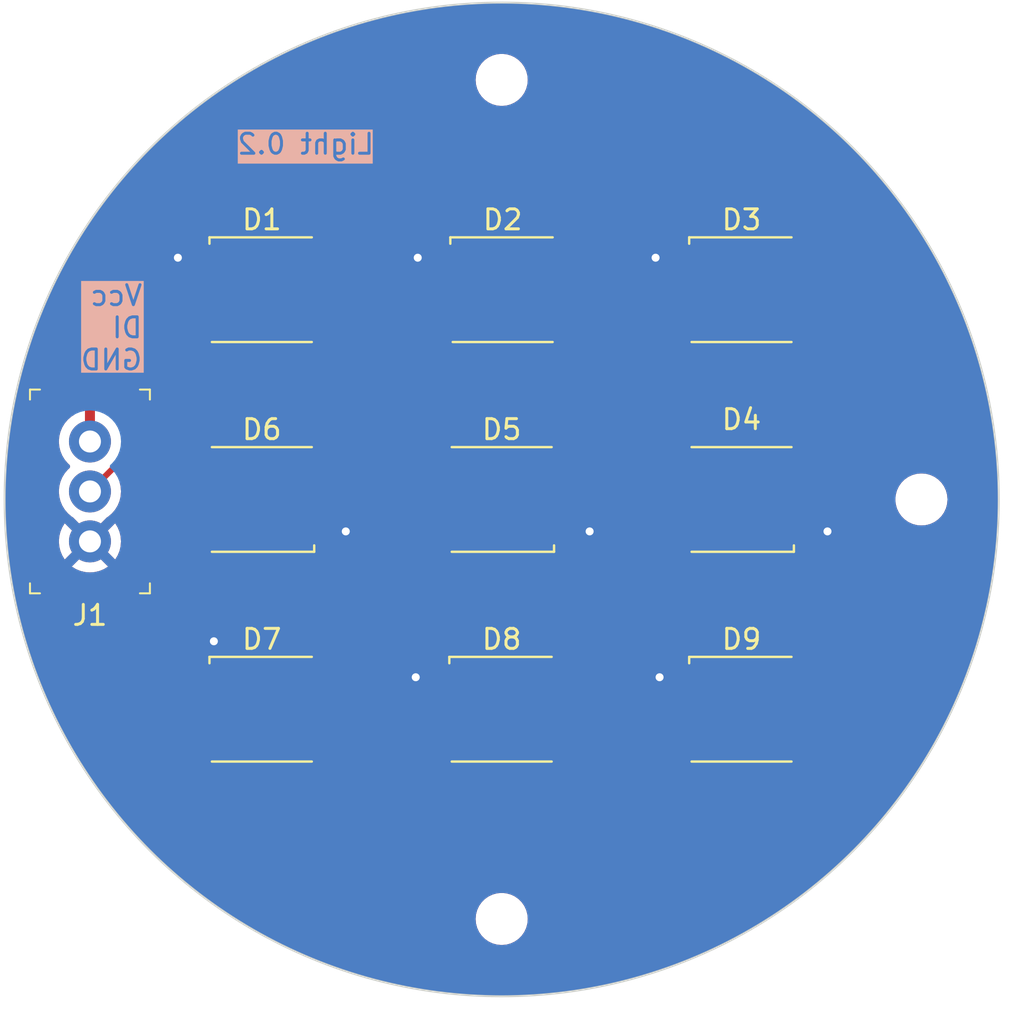
<source format=kicad_pcb>
(kicad_pcb (version 20221018) (generator pcbnew)
  (layers (0 "F.Cu" signal) (31 "B.Cu" power) (34 "B.Paste" user) (35 "F.Paste" user) (36 "B.SilkS" user "B.Silkscreen") (37 "F.SilkS" user "F.Silkscreen") (38 "B.Mask" user) (39 "F.Mask" user) (44 "Edge.Cuts" user))
  (net 0 "")
  (net 1 "/Vcc")
  (net 2 "Net-(D1-DIN)")
  (net 3 "GND")
  (net 4 "Net-(D1-DO)")
  (net 5 "Net-(D2-DO)")
  (net 6 "Net-(D3-DO)")
  (net 7 "Net-(D4-DO)")
  (net 8 "Net-(D5-DO)")
  (net 9 "Net-(D6-DO)")
  (net 10 "Net-(D7-DO)")
  (net 11 "Net-(D8-DO)")
  (footprint "LED_SMD:LED_Inolux_IN-PI554FCH_PLCC4_5.0x5.0mm_P3.2mm" (layer "F.Cu") (at 112 110.5)
    (fp_text reference "D9" (at 0 -3.5) (layer "F.SilkS"))
    (fp_text value "Inolux_IN-PI554FCH")
    (fp_line (start -2.62 -2.62) (end 2.5 -2.62) (stroke (width 0.12)) (layer "F.SilkS"))
    (fp_line (start -2.62 -2.3) (end -2.62 -2.62) (stroke (width 0.12)) (layer "F.SilkS"))
    (fp_line (start -2.5 2.62) (end 2.5 2.62) (stroke (width 0.12)) (layer "F.SilkS"))
    (pad "1" smd rect (at -2.45 -1.6) (size 1.5 1) (layers "F.Cu" "F.Paste" "F.Mask") (net 3 "GND"))
    (pad "2" smd rect (at -2.45 1.6) (size 1.5 1) (layers "F.Cu" "F.Paste" "F.Mask") (net 11 "Net-(D8-DO)"))
    (pad "3" smd rect (at 2.45 1.6) (size 1.5 1) (layers "F.Cu" "F.Paste" "F.Mask") (net 1 "/Vcc"))
    (pad "4" smd rect (at 2.45 -1.6) (size 1.5 1) (layers "F.Cu" "F.Paste" "F.Mask"))
  )
  (footprint "LED_SMD:LED_Inolux_IN-PI554FCH_PLCC4_5.0x5.0mm_P3.2mm" (layer "F.Cu") (at 100 110.5)
    (fp_text reference "D8" (at 0 -3.5) (layer "F.SilkS"))
    (fp_text value "Inolux_IN-PI554FCH")
    (fp_line (start -2.62 -2.62) (end 2.5 -2.62) (stroke (width 0.12)) (layer "F.SilkS"))
    (fp_line (start -2.62 -2.3) (end -2.62 -2.62) (stroke (width 0.12)) (layer "F.SilkS"))
    (fp_line (start -2.5 2.62) (end 2.5 2.62) (stroke (width 0.12)) (layer "F.SilkS"))
    (pad "1" smd rect (at -2.45 -1.6) (size 1.5 1) (layers "F.Cu" "F.Paste" "F.Mask") (net 3 "GND"))
    (pad "2" smd rect (at -2.45 1.6) (size 1.5 1) (layers "F.Cu" "F.Paste" "F.Mask") (net 10 "Net-(D7-DO)"))
    (pad "3" smd rect (at 2.45 1.6) (size 1.5 1) (layers "F.Cu" "F.Paste" "F.Mask") (net 1 "/Vcc"))
    (pad "4" smd rect (at 2.45 -1.6) (size 1.5 1) (layers "F.Cu" "F.Paste" "F.Mask") (net 11 "Net-(D8-DO)"))
  )
  (footprint "LED_SMD:LED_Inolux_IN-PI554FCH_PLCC4_5.0x5.0mm_P3.2mm" (layer "F.Cu") (at 88 110.5)
    (fp_text reference "D7" (at 0 -3.5) (layer "F.SilkS"))
    (fp_text value "Inolux_IN-PI554FCH")
    (fp_line (start -2.62 -2.62) (end 2.5 -2.62) (stroke (width 0.12)) (layer "F.SilkS"))
    (fp_line (start -2.62 -2.3) (end -2.62 -2.62) (stroke (width 0.12)) (layer "F.SilkS"))
    (fp_line (start -2.5 2.62) (end 2.5 2.62) (stroke (width 0.12)) (layer "F.SilkS"))
    (pad "1" smd rect (at -2.45 -1.6) (size 1.5 1) (layers "F.Cu" "F.Paste" "F.Mask") (net 3 "GND"))
    (pad "2" smd rect (at -2.45 1.6) (size 1.5 1) (layers "F.Cu" "F.Paste" "F.Mask") (net 9 "Net-(D6-DO)"))
    (pad "3" smd rect (at 2.45 1.6) (size 1.5 1) (layers "F.Cu" "F.Paste" "F.Mask") (net 1 "/Vcc"))
    (pad "4" smd rect (at 2.45 -1.6) (size 1.5 1) (layers "F.Cu" "F.Paste" "F.Mask") (net 10 "Net-(D7-DO)"))
  )
  (footprint "LED_SMD:LED_Inolux_IN-PI554FCH_PLCC4_5.0x5.0mm_P3.2mm" (layer "F.Cu") (at 88 89.5)
    (fp_text reference "D1" (at 0 -3.5) (layer "F.SilkS"))
    (fp_text value "Inolux_IN-PI554FCH")
    (fp_line (start -2.62 -2.62) (end 2.5 -2.62) (stroke (width 0.12)) (layer "F.SilkS"))
    (fp_line (start -2.62 -2.3) (end -2.62 -2.62) (stroke (width 0.12)) (layer "F.SilkS"))
    (fp_line (start -2.5 2.62) (end 2.5 2.62) (stroke (width 0.12)) (layer "F.SilkS"))
    (pad "1" smd rect (at -2.45 -1.6) (size 1.5 1) (layers "F.Cu" "F.Paste" "F.Mask") (net 3 "GND"))
    (pad "2" smd rect (at -2.45 1.6) (size 1.5 1) (layers "F.Cu" "F.Paste" "F.Mask") (net 2 "Net-(D1-DIN)"))
    (pad "3" smd rect (at 2.45 1.6) (size 1.5 1) (layers "F.Cu" "F.Paste" "F.Mask") (net 1 "/Vcc"))
    (pad "4" smd rect (at 2.45 -1.6) (size 1.5 1) (layers "F.Cu" "F.Paste" "F.Mask") (net 4 "Net-(D1-DO)"))
  )
  (footprint "MountingHole:MountingHole_2.1mm" (layer "F.Cu") (at 100 121)
    (fp_text reference "H3" hide)
    (fp_text value "MountingHole")
    (pad "" np_thru_hole circle (at 0 0) (size 2.1 2.1) (drill 2.1) (layers "*.Cu" "*.Mask"))
  )
  (footprint "MountingHole:MountingHole_2.1mm" (layer "F.Cu") (at 100 79)
    (fp_text reference "H1" hide)
    (fp_text value "MountingHole")
    (pad "" np_thru_hole circle (at 0 0) (size 2.1 2.1) (drill 2.1) (layers "*.Cu" "*.Mask"))
  )
  (footprint "LED_SMD:LED_Inolux_IN-PI554FCH_PLCC4_5.0x5.0mm_P3.2mm" (layer "F.Cu") (at 112 89.5)
    (fp_text reference "D3" (at 0 -3.5) (layer "F.SilkS"))
    (fp_text value "Inolux_IN-PI554FCH")
    (fp_line (start -2.62 -2.62) (end 2.5 -2.62) (stroke (width 0.12)) (layer "F.SilkS"))
    (fp_line (start -2.62 -2.3) (end -2.62 -2.62) (stroke (width 0.12)) (layer "F.SilkS"))
    (fp_line (start -2.5 2.62) (end 2.5 2.62) (stroke (width 0.12)) (layer "F.SilkS"))
    (pad "1" smd rect (at -2.45 -1.6) (size 1.5 1) (layers "F.Cu" "F.Paste" "F.Mask") (net 3 "GND"))
    (pad "2" smd rect (at -2.45 1.6) (size 1.5 1) (layers "F.Cu" "F.Paste" "F.Mask") (net 5 "Net-(D2-DO)"))
    (pad "3" smd rect (at 2.45 1.6) (size 1.5 1) (layers "F.Cu" "F.Paste" "F.Mask") (net 1 "/Vcc"))
    (pad "4" smd rect (at 2.45 -1.6) (size 1.5 1) (layers "F.Cu" "F.Paste" "F.Mask") (net 6 "Net-(D3-DO)"))
  )
  (footprint "MountingHole:MountingHole_2.1mm" (layer "F.Cu") (at 121 100)
    (fp_text reference "H2" hide)
    (fp_text value "MountingHole")
    (pad "" np_thru_hole circle (at 0 0) (size 2.1 2.1) (drill 2.1) (layers "*.Cu" "*.Mask"))
  )
  (footprint "digikey-footprints:PinHeader_1x3_P2.5mm_Drill1.1mm" (layer "F.Cu") (at 79.4 102.1 90)
    (fp_text reference "J1" (at -3.7 0 180) (layer "F.SilkS"))
    (fp_text value "B3B-XH-A_LF__SN_")
    (fp_line (start -2.6 -3) (end -2.6 -2.5) (stroke (width 0.1)) (layer "F.SilkS"))
    (fp_line (start -2.6 -3) (end -2.1 -3) (stroke (width 0.1)) (layer "F.SilkS"))
    (fp_line (start -2.6 3) (end -2.6 2.5) (stroke (width 0.1)) (layer "F.SilkS"))
    (fp_line (start -2.6 3) (end -2.1 3) (stroke (width 0.1)) (layer "F.SilkS"))
    (fp_line (start 7.6 -3) (end 7.1 -3) (stroke (width 0.1)) (layer "F.SilkS"))
    (fp_line (start 7.6 -3) (end 7.6 -2.5) (stroke (width 0.1)) (layer "F.SilkS"))
    (fp_line (start 7.6 3) (end 7.1 3) (stroke (width 0.1)) (layer "F.SilkS"))
    (fp_line (start 7.6 3) (end 7.6 2.5) (stroke (width 0.1)) (layer "F.SilkS"))
    (pad "1" thru_hole circle (at 0 0 90) (size 2.1 2.1) (drill 1.1) (layers "*.Cu" "*.Mask") (net 3 "GND"))
    (pad "2" thru_hole circle (at 2.5 0 90) (size 2.1 2.1) (drill 1.1) (layers "*.Cu" "*.Mask") (net 2 "Net-(D1-DIN)"))
    (pad "3" thru_hole circle (at 5 0 90) (size 2.1 2.1) (drill 1.1) (layers "*.Cu" "*.Mask") (net 1 "/Vcc"))
  )
  (footprint "LED_SMD:LED_Inolux_IN-PI554FCH_PLCC4_5.0x5.0mm_P3.2mm" (layer "F.Cu") (at 100 100 180)
    (fp_text reference "D5" (at 0 3.5) (layer "F.SilkS"))
    (fp_text value "Inolux_IN-PI554FCH")
    (fp_line (start -2.62 -2.62) (end 2.5 -2.62) (stroke (width 0.12)) (layer "F.SilkS"))
    (fp_line (start -2.62 -2.3) (end -2.62 -2.62) (stroke (width 0.12)) (layer "F.SilkS"))
    (fp_line (start -2.5 2.62) (end 2.5 2.62) (stroke (width 0.12)) (layer "F.SilkS"))
    (pad "1" smd rect (at -2.45 -1.6 180) (size 1.5 1) (layers "F.Cu" "F.Paste" "F.Mask") (net 3 "GND"))
    (pad "2" smd rect (at -2.45 1.6 180) (size 1.5 1) (layers "F.Cu" "F.Paste" "F.Mask") (net 7 "Net-(D4-DO)"))
    (pad "3" smd rect (at 2.45 1.6 180) (size 1.5 1) (layers "F.Cu" "F.Paste" "F.Mask") (net 1 "/Vcc"))
    (pad "4" smd rect (at 2.45 -1.6 180) (size 1.5 1) (layers "F.Cu" "F.Paste" "F.Mask") (net 8 "Net-(D5-DO)"))
  )
  (footprint "LED_SMD:LED_Inolux_IN-PI554FCH_PLCC4_5.0x5.0mm_P3.2mm" (layer "F.Cu") (at 100.05 89.5)
    (fp_text reference "D2" (at 0 -3.5) (layer "F.SilkS"))
    (fp_text value "Inolux_IN-PI554FCH")
    (fp_line (start -2.62 -2.62) (end 2.5 -2.62) (stroke (width 0.12)) (layer "F.SilkS"))
    (fp_line (start -2.62 -2.3) (end -2.62 -2.62) (stroke (width 0.12)) (layer "F.SilkS"))
    (fp_line (start -2.5 2.62) (end 2.5 2.62) (stroke (width 0.12)) (layer "F.SilkS"))
    (pad "1" smd rect (at -2.45 -1.6) (size 1.5 1) (layers "F.Cu" "F.Paste" "F.Mask") (net 3 "GND"))
    (pad "2" smd rect (at -2.45 1.6) (size 1.5 1) (layers "F.Cu" "F.Paste" "F.Mask") (net 4 "Net-(D1-DO)"))
    (pad "3" smd rect (at 2.45 1.6) (size 1.5 1) (layers "F.Cu" "F.Paste" "F.Mask") (net 1 "/Vcc"))
    (pad "4" smd rect (at 2.45 -1.6) (size 1.5 1) (layers "F.Cu" "F.Paste" "F.Mask") (net 5 "Net-(D2-DO)"))
  )
  (footprint "LED_SMD:LED_Inolux_IN-PI554FCH_PLCC4_5.0x5.0mm_P3.2mm" (layer "F.Cu") (at 88 100 180)
    (fp_text reference "D6" (at 0 3.5) (layer "F.SilkS"))
    (fp_text value "Inolux_IN-PI554FCH")
    (fp_line (start -2.62 -2.62) (end 2.5 -2.62) (stroke (width 0.12)) (layer "F.SilkS"))
    (fp_line (start -2.62 -2.3) (end -2.62 -2.62) (stroke (width 0.12)) (layer "F.SilkS"))
    (fp_line (start -2.5 2.62) (end 2.5 2.62) (stroke (width 0.12)) (layer "F.SilkS"))
    (pad "1" smd rect (at -2.45 -1.6 180) (size 1.5 1) (layers "F.Cu" "F.Paste" "F.Mask") (net 3 "GND"))
    (pad "2" smd rect (at -2.45 1.6 180) (size 1.5 1) (layers "F.Cu" "F.Paste" "F.Mask") (net 8 "Net-(D5-DO)"))
    (pad "3" smd rect (at 2.45 1.6 180) (size 1.5 1) (layers "F.Cu" "F.Paste" "F.Mask") (net 1 "/Vcc"))
    (pad "4" smd rect (at 2.45 -1.6 180) (size 1.5 1) (layers "F.Cu" "F.Paste" "F.Mask") (net 9 "Net-(D6-DO)"))
  )
  (footprint "LED_SMD:LED_Inolux_IN-PI554FCH_PLCC4_5.0x5.0mm_P3.2mm" (layer "F.Cu") (at 112 100 180)
    (fp_text reference "D4" (at 0 4) (layer "F.SilkS"))
    (fp_text value "Inolux_IN-PI554FCH")
    (fp_line (start -2.62 -2.62) (end 2.5 -2.62) (stroke (width 0.12)) (layer "F.SilkS"))
    (fp_line (start -2.62 -2.3) (end -2.62 -2.62) (stroke (width 0.12)) (layer "F.SilkS"))
    (fp_line (start -2.5 2.62) (end 2.5 2.62) (stroke (width 0.12)) (layer "F.SilkS"))
    (pad "1" smd rect (at -2.45 -1.6 180) (size 1.5 1) (layers "F.Cu" "F.Paste" "F.Mask") (net 3 "GND"))
    (pad "2" smd rect (at -2.45 1.6 180) (size 1.5 1) (layers "F.Cu" "F.Paste" "F.Mask") (net 6 "Net-(D3-DO)"))
    (pad "3" smd rect (at 2.45 1.6 180) (size 1.5 1) (layers "F.Cu" "F.Paste" "F.Mask") (net 1 "/Vcc"))
    (pad "4" smd rect (at 2.45 -1.6 180) (size 1.5 1) (layers "F.Cu" "F.Paste" "F.Mask") (net 7 "Net-(D4-DO)"))
  )
  (gr_circle (center 100 100) (end 121.5 87.5) (stroke (width 0.1)) (fill none) (layer "Edge.Cuts"))
  (gr_text "Vcc\nDI\nGND" (at 82.1 93.6) (layer "B.SilkS" knockout) (effects (font (size 1 1)) (justify left bottom mirror)))
  (gr_text "Light 0.2" (at 93.7 82.8) (layer "B.SilkS" knockout) (effects (font (size 1 1)) (justify left bottom mirror)))
  (segment (start 90.45 112.1) (end 92.25 113.9) (width 0.5) (layer "F.Cu") (net 1))
  (segment (start 85.55 98.4) (end 85.6 98.4) (width 0.5) (layer "F.Cu") (net 1))
  (segment (start 85.6 98.4) (end 88 100.8) (width 0.5) (layer "F.Cu") (net 1))
  (segment (start 111.05 94.5) (end 114.45 91.1) (width 0.5) (layer "F.Cu") (net 1))
  (segment (start 79.4 93.3) (end 83.2 89.5) (width 0.5) (layer "F.Cu") (net 1))
  (segment (start 99.1 94.5) (end 97.55 96.05) (width 0.5) (layer "F.Cu") (net 1))
  (segment (start 97.55 96.05) (end 97.55 98.4) (width 0.5) (layer "F.Cu") (net 1))
  (segment (start 99.1 94.5) (end 111.05 94.5) (width 0.5) (layer "F.Cu") (net 1))
  (segment (start 100.65 113.9) (end 102.45 112.1) (width 0.5) (layer "F.Cu") (net 1))
  (segment (start 109.55 96) (end 109.55 98.4) (width 0.5) (layer "F.Cu") (net 1))
  (segment (start 112.65 113.9) (end 114.45 112.1) (width 0.5) (layer "F.Cu") (net 1))
  (segment (start 88 100.8) (end 88 109.65) (width 0.5) (layer "F.Cu") (net 1))
  (segment (start 88.85 89.5) (end 90.45 91.1) (width 0.5) (layer "F.Cu") (net 1))
  (segment (start 92.25 113.9) (end 100.65 113.9) (width 0.5) (layer "F.Cu") (net 1))
  (segment (start 79.4 97.1) (end 79.4 93.3) (width 0.5) (layer "F.Cu") (net 1))
  (segment (start 89.45 94.5) (end 85.55 98.4) (width 0.5) (layer "F.Cu") (net 1))
  (segment (start 104.25 113.9) (end 112.65 113.9) (width 0.5) (layer "F.Cu") (net 1))
  (segment (start 83.2 89.5) (end 88.85 89.5) (width 0.5) (layer "F.Cu") (net 1))
  (segment (start 90.45 91.1) (end 90.5 91.1) (width 0.5) (layer "F.Cu") (net 1))
  (segment (start 93.9 94.5) (end 89.45 94.5) (width 0.5) (layer "F.Cu") (net 1))
  (segment (start 111.05 94.5) (end 109.55 96) (width 0.5) (layer "F.Cu") (net 1))
  (segment (start 88 109.65) (end 90.45 112.1) (width 0.5) (layer "F.Cu") (net 1))
  (segment (start 93.9 94.5) (end 99.1 94.5) (width 0.5) (layer "F.Cu") (net 1))
  (segment (start 102.45 112.1) (end 104.25 113.9) (width 0.5) (layer "F.Cu") (net 1))
  (segment (start 99.1 94.5) (end 102.5 91.1) (width 0.5) (layer "F.Cu") (net 1))
  (segment (start 90.5 91.1) (end 93.9 94.5) (width 0.5) (layer "F.Cu") (net 1))
  (segment (start 79.4 99.6) (end 85.55 93.45) (width 0.3) (layer "F.Cu") (net 2))
  (segment (start 85.55 93.45) (end 85.55 91.1) (width 0.3) (layer "F.Cu") (net 2))
  (segment (start 85.55 107.15) (end 85.6 107.1) (width 0.5) (layer "F.Cu") (net 3))
  (segment (start 90.45 101.6) (end 92.2 101.6) (width 0.5) (layer "F.Cu") (net 3))
  (segment (start 97.6 87.9) (end 95.8 87.9) (width 0.5) (layer "F.Cu") (net 3))
  (segment (start 109.55 108.9) (end 107.9 108.9) (width 0.5) (layer "F.Cu") (net 3))
  (segment (start 97.55 108.9) (end 95.7 108.9) (width 0.5) (layer "F.Cu") (net 3))
  (segment (start 85.55 108.9) (end 85.55 107.15) (width 0.5) (layer "F.Cu") (net 3))
  (segment (start 85.55 87.9) (end 83.8 87.9) (width 0.5) (layer "F.Cu") (net 3))
  (segment (start 114.45 101.6) (end 116.3 101.6) (width 0.5) (layer "F.Cu") (net 3))
  (segment (start 109.55 87.9) (end 107.7 87.9) (width 0.5) (layer "F.Cu") (net 3))
  (segment (start 102.45 101.6) (end 104.4 101.6) (width 0.5) (layer "F.Cu") (net 3))
  (via (at 107.7 87.9) (size 0.8) (drill 0.4) (layers "F.Cu" "B.Cu") (net 3))
  (via (at 85.6 107.1) (size 0.8) (drill 0.4) (layers "F.Cu" "B.Cu") (net 3))
  (via (at 83.8 87.9) (size 0.8) (drill 0.4) (layers "F.Cu" "B.Cu") (net 3))
  (via (at 104.4 101.6) (size 0.8) (drill 0.4) (layers "F.Cu" "B.Cu") (net 3))
  (via (at 95.8 87.9) (size 0.8) (drill 0.4) (layers "F.Cu" "B.Cu") (net 3))
  (via (at 95.7 108.9) (size 0.8) (drill 0.4) (layers "F.Cu" "B.Cu") (net 3))
  (via (at 92.2 101.6) (size 0.8) (drill 0.4) (layers "F.Cu" "B.Cu") (net 3))
  (via (at 116.3 101.6) (size 0.8) (drill 0.4) (layers "F.Cu" "B.Cu") (net 3))
  (via (at 107.9 108.9) (size 0.8) (drill 0.4) (layers "F.Cu" "B.Cu") (net 3))
  (segment (start 95.6 91.1) (end 97.6 91.1) (width 0.3) (layer "F.Cu") (net 4))
  (segment (start 92.4 87.9) (end 95.6 91.1) (width 0.3) (layer "F.Cu") (net 4))
  (segment (start 90.45 87.9) (end 92.4 87.9) (width 0.3) (layer "F.Cu") (net 4))
  (segment (start 104.3 87.9) (end 107.5 91.1) (width 0.3) (layer "F.Cu") (net 5))
  (segment (start 102.5 87.9) (end 104.3 87.9) (width 0.3) (layer "F.Cu") (net 5))
  (segment (start 107.5 91.1) (end 109.55 91.1) (width 0.3) (layer "F.Cu") (net 5))
  (segment (start 116.3 96.55) (end 114.45 98.4) (width 0.3) (layer "F.Cu") (net 6))
  (segment (start 114.45 87.9) (end 116.3 89.75) (width 0.3) (layer "F.Cu") (net 6))
  (segment (start 116.3 89.75) (end 116.3 96.55) (width 0.3) (layer "F.Cu") (net 6))
  (segment (start 104.4 98.4) (end 102.45 98.4) (width 0.3) (layer "F.Cu") (net 7))
  (segment (start 109.55 101.6) (end 107.6 101.6) (width 0.3) (layer "F.Cu") (net 7))
  (segment (start 107.6 101.6) (end 104.4 98.4) (width 0.3) (layer "F.Cu") (net 7))
  (segment (start 95.3 101.6) (end 92.1 98.4) (width 0.3) (layer "F.Cu") (net 8))
  (segment (start 92.1 98.4) (end 90.45 98.4) (width 0.3) (layer "F.Cu") (net 8))
  (segment (start 97.55 101.6) (end 95.3 101.6) (width 0.3) (layer "F.Cu") (net 8))
  (segment (start 83.8 110.35) (end 85.55 112.1) (width 0.3) (layer "F.Cu") (net 9))
  (segment (start 83.8 103.35) (end 83.8 110.35) (width 0.3) (layer "F.Cu") (net 9))
  (segment (start 85.55 101.6) (end 83.8 103.35) (width 0.3) (layer "F.Cu") (net 9))
  (segment (start 90.45 108.9) (end 92.2 108.9) (width 0.3) (layer "F.Cu") (net 10))
  (segment (start 95.4 112.1) (end 97.55 112.1) (width 0.3) (layer "F.Cu") (net 10))
  (segment (start 92.2 108.9) (end 95.4 112.1) (width 0.3) (layer "F.Cu") (net 10))
  (segment (start 104.3 108.9) (end 107.5 112.1) (width 0.3) (layer "F.Cu") (net 11))
  (segment (start 107.5 112.1) (end 109.55 112.1) (width 0.3) (layer "F.Cu") (net 11))
  (segment (start 102.45 108.9) (end 104.3 108.9) (width 0.3) (layer "F.Cu") (net 11))
  (zone (net 3) (net_name "GND") (layer "F.Cu") (priority 1) (connect_pads (clearance 0.5)) (min_thickness 0.25) (fill yes (thermal_gap 0.5) (thermal_bridge_width 0.5))
    (polygon (pts (xy 75 75) (xy 124.9 75) (xy 125 125.5) (xy 74.9 125.5)))
  )
  (zone (net 3) (net_name "GND") (layer "B.Cu") (connect_pads (clearance 0.5)) (min_thickness 0.25) (fill yes (thermal_gap 0.5) (thermal_bridge_width 0.5))
    (polygon (pts (xy 75 75) (xy 125 75) (xy 125 125.5) (xy 75 125.5)))
  )
)
</source>
